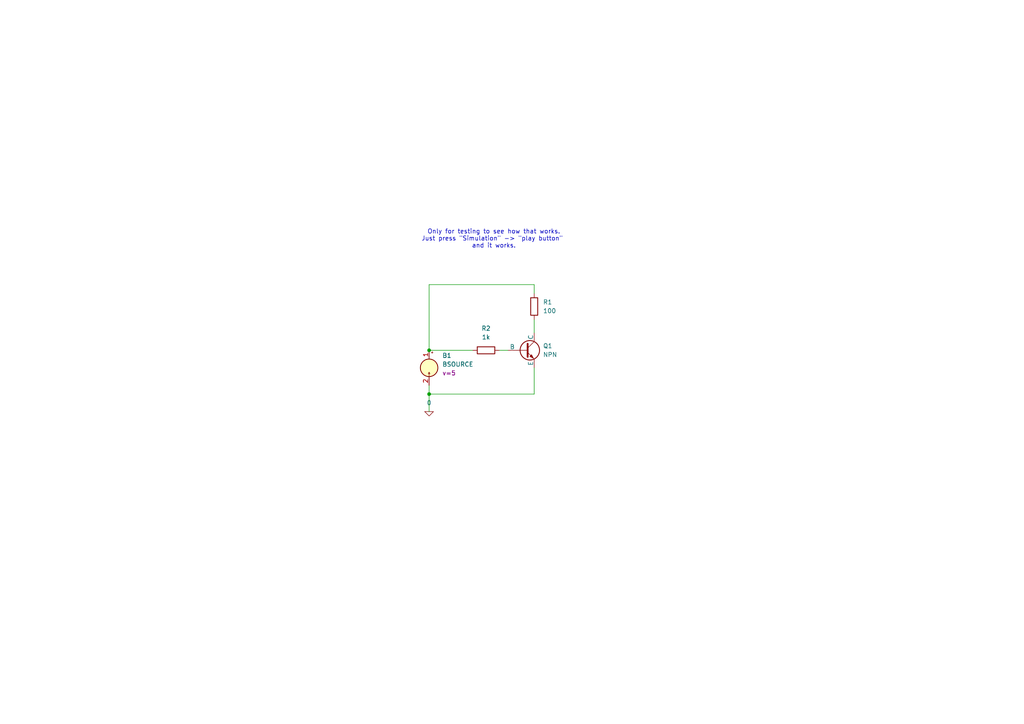
<source format=kicad_sch>
(kicad_sch (version 20230819) (generator eeschema)
  (paper "A4")
  (lib_symbols
    (symbol "Device:R" (pin_numbers hide) (pin_names (offset 0))
      (property "Reference" "R" (at 2.032 0 90))
      (property "Value" "R" (at 0 0 90))
      (symbol "R_0_1"
        (rectangle (start -1.016 -2.54) (end 1.016 2.54) (stroke (width 0.254)))
      )
      (symbol "R_1_1"
        (pin passive line (at 0 3.81 270) (length 1.27) (name "~") (number "1"))
        (pin passive line (at 0 -3.81 90) (length 1.27) (name "~") (number "2"))
      )
    )
    (symbol "Simulation_SPICE:0" (power) (pin_names (offset 0))
      (property "Value" "0" (at 0 -1.778 0))
      (symbol "0_0_1"
        (polyline (pts (xy -1.27 0) (xy 0 -1.27) (xy 1.27 0) (xy -1.27 0)))
      )
      (symbol "0_1_1"
        (pin power_in line (at 0 0 0) (length 0) hide (name "0") (number "1"))
      )
    )
    (symbol "Simulation_SPICE:BSOURCE" (pin_names (offset 1.016) hide)
      (property "Reference" "B" (at 2.54 2.54 0))
      (property "Value" "BSOURCE" (at 2.54 0 0))
      (property "Sim.Params" "v=1" (at 2.54 -2.54 0))
      (symbol "BSOURCE_0_1"
        (polyline (pts (xy 0 -1.27) (xy 0 -2.286)))
        (polyline (pts (xy 0.254 -1.778) (xy 0 -1.27) (xy -0.254 -1.778)))
        (circle (center 0 0) (radius 2.54) (stroke (width 0.254)) (fill (type background)))
      )
      (symbol "BSOURCE_1_1"
        (polyline (pts (xy 0.635 4.445) (xy 1.143 4.445)))
        (polyline (pts (xy 0.889 4.699) (xy 0.889 4.191)))
        (pin passive line (at 0 5.08 270) (length 2.54) (name "N+") (number "1"))
        (pin passive line (at 0 -5.08 90) (length 2.54) (name "N-") (number "2"))
      )
    )
    (symbol "Simulation_SPICE:NPN" (pin_numbers hide) (pin_names (offset 0))
      (property "Reference" "Q" (at -2.54 7.62 0))
      (property "Value" "NPN" (at -2.54 5.08 0))
      (symbol "NPN_0_1"
        (polyline (pts (xy -2.54 0) (xy 0.635 0)) (stroke (width 0.1524)))
        (polyline (pts (xy 0.635 0.635) (xy 2.54 2.54)))
        (polyline (pts (xy 2.794 -1.27) (xy 2.794 -1.27)) (stroke (width 0.1524)))
        (polyline (pts (xy 2.794 -1.27) (xy 2.794 -1.27)) (stroke (width 0.1524)))
        (polyline (pts (xy 0.635 -0.635) (xy 2.54 -2.54) (xy 2.54 -2.54)))
        (polyline (pts (xy 0.635 1.905) (xy 0.635 -1.905) (xy 0.635 -1.905)) (stroke (width 0.508)))
        (polyline (pts (xy 1.27 -1.778) (xy 1.778 -1.27) (xy 2.286 -2.286) (xy 1.27 -1.778) (xy 1.27 -1.778)) (fill (type outline)))
        (circle (center 1.27 0) (radius 2.8194) (stroke (width 0.254)))
      )
      (symbol "NPN_1_1"
        (pin open_collector line (at 2.54 5.08 270) (length 2.54) (name "C") (number "1"))
        (pin input line (at -5.08 0 0) (length 2.54) (name "B") (number "2"))
        (pin open_emitter line (at 2.54 -5.08 90) (length 2.54) (name "E") (number "3"))
      )
    )
  )
  (junction (at 124.46 114.3))
  (junction (at 124.46 101.6))
  (wire (pts (xy 154.94 92.71) (xy 154.94 96.52)))
  (wire (pts (xy 124.46 114.3) (xy 124.46 119.38)))
  (wire (pts (xy 124.46 101.6) (xy 137.16 101.6)))
  (wire (pts (xy 154.94 106.68) (xy 154.94 114.3)))
  (wire (pts (xy 154.94 114.3) (xy 124.46 114.3)))
  (wire (pts (xy 124.46 82.55) (xy 154.94 82.55)))
  (wire (pts (xy 124.46 101.6) (xy 124.46 82.55)))
  (wire (pts (xy 144.78 101.6) (xy 147.32 101.6)))
  (wire (pts (xy 124.46 111.76) (xy 124.46 114.3)))
  (wire (pts (xy 154.94 82.55) (xy 154.94 85.09)))
  (text "Only for testing to see how that works.\nJust press \"Simulation\" -> \"play button\" \nand it works." (at 143.256 69.342 0) (effects (font (size 1.27 1.27))))
  (symbol (lib_id "Simulation_SPICE:0") (at 124.46 119.38 0) (unit 1)
    (property "Reference" "#GND01" (effects hide))
    (property "Value" "0" (at 124.46 116.84 0))
    (property "Description" "0V reference potential for simulation" (effects hide))
  )
  (symbol (lib_id "Device:R") (at 154.94 88.9 0) (unit 1)
    (property "Reference" "R1" (at 157.48 87.6299 0) (effects (justify left)))
    (property "Value" "100" (at 157.48 90.1699 0) (effects (justify left)))
    (property "Description" "Resistor" (effects hide))
  )
  (symbol (lib_id "Simulation_SPICE:NPN") (at 152.4 101.6 0) (unit 1)
    (property "Reference" "Q1" (at 157.48 100.3299 0) (effects (justify left)))
    (property "Value" "NPN" (at 157.48 102.8699 0) (effects (justify left)))
    (property "Description" "Bipolar transistor symbol for simulation only, substrate tied to the emitter" (effects hide))
    (property "Sim.Device" "NPN" (effects hide))
    (property "Sim.Type" "GUMMELPOON" (effects hide))
    (property "Sim.Pins" "1=C 2=B 3=E" (effects hide))
  )
  (symbol (lib_id "Device:R") (at 140.97 101.6 90) (unit 1)
    (property "Reference" "R2" (at 140.97 95.25 90))
    (property "Value" "1k" (at 140.97 97.79 90))
    (property "Description" "Resistor" (effects hide))
  )
  (symbol (lib_id "Simulation_SPICE:BSOURCE") (at 124.46 106.68 0) (unit 1)
    (property "Reference" "B1" (at 128.27 103.1239 0) (effects (justify left)))
    (property "Value" "BSOURCE" (at 128.27 105.6639 0) (effects (justify left)))
    (property "Datasheet" "https://ngspice.sourceforge.io/docs.html" (effects hide))
    (property "Description" "Arbitrary behavioral voltage or current source" (effects hide))
    (property "Sim.Device" "V" (effects hide))
    (property "Sim.Type" "=" (effects hide))
    (property "Sim.Pins" "1=+ 2=-" (effects hide))
    (property "Sim.Params" "v=5" (at 128.27 108.2039 0) (effects (justify left)))
  )
)
</source>
